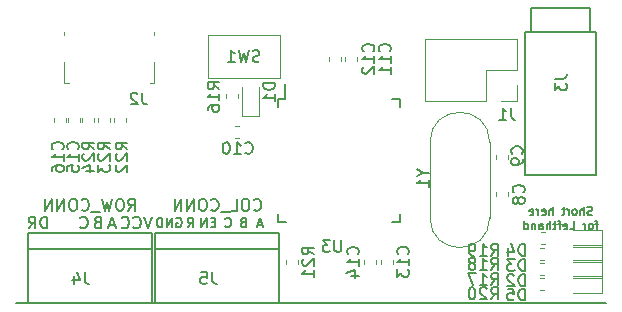
<source format=gbr>
G04 #@! TF.GenerationSoftware,KiCad,Pcbnew,(5.0.2)-1*
G04 #@! TF.CreationDate,2020-06-20T19:19:36+09:00*
G04 #@! TF.ProjectId,controller,636f6e74-726f-46c6-9c65-722e6b696361,rev?*
G04 #@! TF.SameCoordinates,Original*
G04 #@! TF.FileFunction,Legend,Bot*
G04 #@! TF.FilePolarity,Positive*
%FSLAX46Y46*%
G04 Gerber Fmt 4.6, Leading zero omitted, Abs format (unit mm)*
G04 Created by KiCad (PCBNEW (5.0.2)-1) date 2020/06/20 19:19:36*
%MOMM*%
%LPD*%
G01*
G04 APERTURE LIST*
%ADD10C,0.150000*%
%ADD11C,0.200000*%
%ADD12C,0.180000*%
%ADD13C,0.120000*%
G04 APERTURE END LIST*
D10*
X98800000Y-65483333D02*
X98700000Y-65516666D01*
X98533333Y-65516666D01*
X98466666Y-65483333D01*
X98433333Y-65450000D01*
X98400000Y-65383333D01*
X98400000Y-65316666D01*
X98433333Y-65250000D01*
X98466666Y-65216666D01*
X98533333Y-65183333D01*
X98666666Y-65150000D01*
X98733333Y-65116666D01*
X98766666Y-65083333D01*
X98800000Y-65016666D01*
X98800000Y-64950000D01*
X98766666Y-64883333D01*
X98733333Y-64850000D01*
X98666666Y-64816666D01*
X98500000Y-64816666D01*
X98400000Y-64850000D01*
X98100000Y-65516666D02*
X98100000Y-64816666D01*
X97800000Y-65516666D02*
X97800000Y-65150000D01*
X97833333Y-65083333D01*
X97900000Y-65050000D01*
X98000000Y-65050000D01*
X98066666Y-65083333D01*
X98100000Y-65116666D01*
X97366666Y-65516666D02*
X97433333Y-65483333D01*
X97466666Y-65450000D01*
X97500000Y-65383333D01*
X97500000Y-65183333D01*
X97466666Y-65116666D01*
X97433333Y-65083333D01*
X97366666Y-65050000D01*
X97266666Y-65050000D01*
X97200000Y-65083333D01*
X97166666Y-65116666D01*
X97133333Y-65183333D01*
X97133333Y-65383333D01*
X97166666Y-65450000D01*
X97200000Y-65483333D01*
X97266666Y-65516666D01*
X97366666Y-65516666D01*
X96833333Y-65516666D02*
X96833333Y-65050000D01*
X96833333Y-65183333D02*
X96800000Y-65116666D01*
X96766666Y-65083333D01*
X96700000Y-65050000D01*
X96633333Y-65050000D01*
X96500000Y-65050000D02*
X96233333Y-65050000D01*
X96400000Y-64816666D02*
X96400000Y-65416666D01*
X96366666Y-65483333D01*
X96300000Y-65516666D01*
X96233333Y-65516666D01*
X95466666Y-65516666D02*
X95466666Y-64816666D01*
X95166666Y-65516666D02*
X95166666Y-65150000D01*
X95200000Y-65083333D01*
X95266666Y-65050000D01*
X95366666Y-65050000D01*
X95433333Y-65083333D01*
X95466666Y-65116666D01*
X94566666Y-65483333D02*
X94633333Y-65516666D01*
X94766666Y-65516666D01*
X94833333Y-65483333D01*
X94866666Y-65416666D01*
X94866666Y-65150000D01*
X94833333Y-65083333D01*
X94766666Y-65050000D01*
X94633333Y-65050000D01*
X94566666Y-65083333D01*
X94533333Y-65150000D01*
X94533333Y-65216666D01*
X94866666Y-65283333D01*
X94233333Y-65516666D02*
X94233333Y-65050000D01*
X94233333Y-65183333D02*
X94200000Y-65116666D01*
X94166666Y-65083333D01*
X94100000Y-65050000D01*
X94033333Y-65050000D01*
X93533333Y-65483333D02*
X93600000Y-65516666D01*
X93733333Y-65516666D01*
X93800000Y-65483333D01*
X93833333Y-65416666D01*
X93833333Y-65150000D01*
X93800000Y-65083333D01*
X93733333Y-65050000D01*
X93600000Y-65050000D01*
X93533333Y-65083333D01*
X93500000Y-65150000D01*
X93500000Y-65216666D01*
X93833333Y-65283333D01*
X99333333Y-66250000D02*
X99066666Y-66250000D01*
X99233333Y-66716666D02*
X99233333Y-66116666D01*
X99200000Y-66050000D01*
X99133333Y-66016666D01*
X99066666Y-66016666D01*
X98733333Y-66716666D02*
X98800000Y-66683333D01*
X98833333Y-66650000D01*
X98866666Y-66583333D01*
X98866666Y-66383333D01*
X98833333Y-66316666D01*
X98800000Y-66283333D01*
X98733333Y-66250000D01*
X98633333Y-66250000D01*
X98566666Y-66283333D01*
X98533333Y-66316666D01*
X98500000Y-66383333D01*
X98500000Y-66583333D01*
X98533333Y-66650000D01*
X98566666Y-66683333D01*
X98633333Y-66716666D01*
X98733333Y-66716666D01*
X98200000Y-66716666D02*
X98200000Y-66250000D01*
X98200000Y-66383333D02*
X98166666Y-66316666D01*
X98133333Y-66283333D01*
X98066666Y-66250000D01*
X98000000Y-66250000D01*
X96900000Y-66716666D02*
X97233333Y-66716666D01*
X97233333Y-66016666D01*
X96400000Y-66683333D02*
X96466666Y-66716666D01*
X96600000Y-66716666D01*
X96666666Y-66683333D01*
X96700000Y-66616666D01*
X96700000Y-66350000D01*
X96666666Y-66283333D01*
X96600000Y-66250000D01*
X96466666Y-66250000D01*
X96400000Y-66283333D01*
X96366666Y-66350000D01*
X96366666Y-66416666D01*
X96700000Y-66483333D01*
X96166666Y-66250000D02*
X95900000Y-66250000D01*
X96066666Y-66716666D02*
X96066666Y-66116666D01*
X96033333Y-66050000D01*
X95966666Y-66016666D01*
X95900000Y-66016666D01*
X95766666Y-66250000D02*
X95500000Y-66250000D01*
X95666666Y-66016666D02*
X95666666Y-66616666D01*
X95633333Y-66683333D01*
X95566666Y-66716666D01*
X95500000Y-66716666D01*
X95266666Y-66716666D02*
X95266666Y-66016666D01*
X94966666Y-66716666D02*
X94966666Y-66350000D01*
X95000000Y-66283333D01*
X95066666Y-66250000D01*
X95166666Y-66250000D01*
X95233333Y-66283333D01*
X95266666Y-66316666D01*
X94333333Y-66716666D02*
X94333333Y-66350000D01*
X94366666Y-66283333D01*
X94433333Y-66250000D01*
X94566666Y-66250000D01*
X94633333Y-66283333D01*
X94333333Y-66683333D02*
X94400000Y-66716666D01*
X94566666Y-66716666D01*
X94633333Y-66683333D01*
X94666666Y-66616666D01*
X94666666Y-66550000D01*
X94633333Y-66483333D01*
X94566666Y-66450000D01*
X94400000Y-66450000D01*
X94333333Y-66416666D01*
X94000000Y-66250000D02*
X94000000Y-66716666D01*
X94000000Y-66316666D02*
X93966666Y-66283333D01*
X93900000Y-66250000D01*
X93800000Y-66250000D01*
X93733333Y-66283333D01*
X93700000Y-66350000D01*
X93700000Y-66716666D01*
X93066666Y-66716666D02*
X93066666Y-66016666D01*
X93066666Y-66683333D02*
X93133333Y-66716666D01*
X93266666Y-66716666D01*
X93333333Y-66683333D01*
X93366666Y-66650000D01*
X93400000Y-66583333D01*
X93400000Y-66383333D01*
X93366666Y-66316666D01*
X93333333Y-66283333D01*
X93266666Y-66250000D01*
X93133333Y-66250000D01*
X93066666Y-66283333D01*
X50000000Y-73000000D02*
X100000000Y-73000000D01*
D11*
X59538095Y-65152380D02*
X59871428Y-64676190D01*
X60109523Y-65152380D02*
X60109523Y-64152380D01*
X59728571Y-64152380D01*
X59633333Y-64200000D01*
X59585714Y-64247619D01*
X59538095Y-64342857D01*
X59538095Y-64485714D01*
X59585714Y-64580952D01*
X59633333Y-64628571D01*
X59728571Y-64676190D01*
X60109523Y-64676190D01*
X58919047Y-64152380D02*
X58728571Y-64152380D01*
X58633333Y-64200000D01*
X58538095Y-64295238D01*
X58490476Y-64485714D01*
X58490476Y-64819047D01*
X58538095Y-65009523D01*
X58633333Y-65104761D01*
X58728571Y-65152380D01*
X58919047Y-65152380D01*
X59014285Y-65104761D01*
X59109523Y-65009523D01*
X59157142Y-64819047D01*
X59157142Y-64485714D01*
X59109523Y-64295238D01*
X59014285Y-64200000D01*
X58919047Y-64152380D01*
X58157142Y-64152380D02*
X57919047Y-65152380D01*
X57728571Y-64438095D01*
X57538095Y-65152380D01*
X57300000Y-64152380D01*
X57157142Y-65247619D02*
X56395238Y-65247619D01*
X55585714Y-65057142D02*
X55633333Y-65104761D01*
X55776190Y-65152380D01*
X55871428Y-65152380D01*
X56014285Y-65104761D01*
X56109523Y-65009523D01*
X56157142Y-64914285D01*
X56204761Y-64723809D01*
X56204761Y-64580952D01*
X56157142Y-64390476D01*
X56109523Y-64295238D01*
X56014285Y-64200000D01*
X55871428Y-64152380D01*
X55776190Y-64152380D01*
X55633333Y-64200000D01*
X55585714Y-64247619D01*
X54966666Y-64152380D02*
X54776190Y-64152380D01*
X54680952Y-64200000D01*
X54585714Y-64295238D01*
X54538095Y-64485714D01*
X54538095Y-64819047D01*
X54585714Y-65009523D01*
X54680952Y-65104761D01*
X54776190Y-65152380D01*
X54966666Y-65152380D01*
X55061904Y-65104761D01*
X55157142Y-65009523D01*
X55204761Y-64819047D01*
X55204761Y-64485714D01*
X55157142Y-64295238D01*
X55061904Y-64200000D01*
X54966666Y-64152380D01*
X54109523Y-65152380D02*
X54109523Y-64152380D01*
X53538095Y-65152380D01*
X53538095Y-64152380D01*
X53061904Y-65152380D02*
X53061904Y-64152380D01*
X52490476Y-65152380D01*
X52490476Y-64152380D01*
D12*
X70890476Y-66333333D02*
X70509523Y-66333333D01*
X70966666Y-66561904D02*
X70700000Y-65761904D01*
X70433333Y-66561904D01*
X69242857Y-66142857D02*
X69128571Y-66180952D01*
X69090476Y-66219047D01*
X69052380Y-66295238D01*
X69052380Y-66409523D01*
X69090476Y-66485714D01*
X69128571Y-66523809D01*
X69204761Y-66561904D01*
X69509523Y-66561904D01*
X69509523Y-65761904D01*
X69242857Y-65761904D01*
X69166666Y-65800000D01*
X69128571Y-65838095D01*
X69090476Y-65914285D01*
X69090476Y-65990476D01*
X69128571Y-66066666D01*
X69166666Y-66104761D01*
X69242857Y-66142857D01*
X69509523Y-66142857D01*
X67752380Y-66485714D02*
X67790476Y-66523809D01*
X67904761Y-66561904D01*
X67980952Y-66561904D01*
X68095238Y-66523809D01*
X68171428Y-66447619D01*
X68209523Y-66371428D01*
X68247619Y-66219047D01*
X68247619Y-66104761D01*
X68209523Y-65952380D01*
X68171428Y-65876190D01*
X68095238Y-65800000D01*
X67980952Y-65761904D01*
X67904761Y-65761904D01*
X67790476Y-65800000D01*
X67752380Y-65838095D01*
X66890476Y-66142857D02*
X66623809Y-66142857D01*
X66509523Y-66561904D02*
X66890476Y-66561904D01*
X66890476Y-65761904D01*
X66509523Y-65761904D01*
X66166666Y-66561904D02*
X66166666Y-65761904D01*
X65709523Y-66561904D01*
X65709523Y-65761904D01*
D11*
X70171428Y-65057142D02*
X70219047Y-65104761D01*
X70361904Y-65152380D01*
X70457142Y-65152380D01*
X70600000Y-65104761D01*
X70695238Y-65009523D01*
X70742857Y-64914285D01*
X70790476Y-64723809D01*
X70790476Y-64580952D01*
X70742857Y-64390476D01*
X70695238Y-64295238D01*
X70600000Y-64200000D01*
X70457142Y-64152380D01*
X70361904Y-64152380D01*
X70219047Y-64200000D01*
X70171428Y-64247619D01*
X69552380Y-64152380D02*
X69361904Y-64152380D01*
X69266666Y-64200000D01*
X69171428Y-64295238D01*
X69123809Y-64485714D01*
X69123809Y-64819047D01*
X69171428Y-65009523D01*
X69266666Y-65104761D01*
X69361904Y-65152380D01*
X69552380Y-65152380D01*
X69647619Y-65104761D01*
X69742857Y-65009523D01*
X69790476Y-64819047D01*
X69790476Y-64485714D01*
X69742857Y-64295238D01*
X69647619Y-64200000D01*
X69552380Y-64152380D01*
X68219047Y-65152380D02*
X68695238Y-65152380D01*
X68695238Y-64152380D01*
X68123809Y-65247619D02*
X67361904Y-65247619D01*
X66552380Y-65057142D02*
X66600000Y-65104761D01*
X66742857Y-65152380D01*
X66838095Y-65152380D01*
X66980952Y-65104761D01*
X67076190Y-65009523D01*
X67123809Y-64914285D01*
X67171428Y-64723809D01*
X67171428Y-64580952D01*
X67123809Y-64390476D01*
X67076190Y-64295238D01*
X66980952Y-64200000D01*
X66838095Y-64152380D01*
X66742857Y-64152380D01*
X66600000Y-64200000D01*
X66552380Y-64247619D01*
X65933333Y-64152380D02*
X65742857Y-64152380D01*
X65647619Y-64200000D01*
X65552380Y-64295238D01*
X65504761Y-64485714D01*
X65504761Y-64819047D01*
X65552380Y-65009523D01*
X65647619Y-65104761D01*
X65742857Y-65152380D01*
X65933333Y-65152380D01*
X66028571Y-65104761D01*
X66123809Y-65009523D01*
X66171428Y-64819047D01*
X66171428Y-64485714D01*
X66123809Y-64295238D01*
X66028571Y-64200000D01*
X65933333Y-64152380D01*
X65076190Y-65152380D02*
X65076190Y-64152380D01*
X64504761Y-65152380D01*
X64504761Y-64152380D01*
X64028571Y-65152380D02*
X64028571Y-64152380D01*
X63457142Y-65152380D01*
X63457142Y-64152380D01*
D12*
X64552380Y-66561904D02*
X64819047Y-66180952D01*
X65009523Y-66561904D02*
X65009523Y-65761904D01*
X64704761Y-65761904D01*
X64628571Y-65800000D01*
X64590476Y-65838095D01*
X64552380Y-65914285D01*
X64552380Y-66028571D01*
X64590476Y-66104761D01*
X64628571Y-66142857D01*
X64704761Y-66180952D01*
X65009523Y-66180952D01*
X63609523Y-65800000D02*
X63685714Y-65761904D01*
X63800000Y-65761904D01*
X63914285Y-65800000D01*
X63990476Y-65876190D01*
X64028571Y-65952380D01*
X64066666Y-66104761D01*
X64066666Y-66219047D01*
X64028571Y-66371428D01*
X63990476Y-66447619D01*
X63914285Y-66523809D01*
X63800000Y-66561904D01*
X63723809Y-66561904D01*
X63609523Y-66523809D01*
X63571428Y-66485714D01*
X63571428Y-66219047D01*
X63723809Y-66219047D01*
X63228571Y-66561904D02*
X63228571Y-65761904D01*
X62771428Y-66561904D01*
X62771428Y-65761904D01*
X62390476Y-66561904D02*
X62390476Y-65761904D01*
X62200000Y-65761904D01*
X62085714Y-65800000D01*
X62009523Y-65876190D01*
X61971428Y-65952380D01*
X61933333Y-66104761D01*
X61933333Y-66219047D01*
X61971428Y-66371428D01*
X62009523Y-66447619D01*
X62085714Y-66523809D01*
X62200000Y-66561904D01*
X62390476Y-66561904D01*
X61533333Y-65652380D02*
X61200000Y-66652380D01*
X60866666Y-65652380D01*
X59961904Y-66557142D02*
X60009523Y-66604761D01*
X60152380Y-66652380D01*
X60247619Y-66652380D01*
X60390476Y-66604761D01*
X60485714Y-66509523D01*
X60533333Y-66414285D01*
X60580952Y-66223809D01*
X60580952Y-66080952D01*
X60533333Y-65890476D01*
X60485714Y-65795238D01*
X60390476Y-65700000D01*
X60247619Y-65652380D01*
X60152380Y-65652380D01*
X60009523Y-65700000D01*
X59961904Y-65747619D01*
X58961904Y-66557142D02*
X59009523Y-66604761D01*
X59152380Y-66652380D01*
X59247619Y-66652380D01*
X59390476Y-66604761D01*
X59485714Y-66509523D01*
X59533333Y-66414285D01*
X59580952Y-66223809D01*
X59580952Y-66080952D01*
X59533333Y-65890476D01*
X59485714Y-65795238D01*
X59390476Y-65700000D01*
X59247619Y-65652380D01*
X59152380Y-65652380D01*
X59009523Y-65700000D01*
X58961904Y-65747619D01*
X52661904Y-66652380D02*
X52661904Y-65652380D01*
X52423809Y-65652380D01*
X52280952Y-65700000D01*
X52185714Y-65795238D01*
X52138095Y-65890476D01*
X52090476Y-66080952D01*
X52090476Y-66223809D01*
X52138095Y-66414285D01*
X52185714Y-66509523D01*
X52280952Y-66604761D01*
X52423809Y-66652380D01*
X52661904Y-66652380D01*
X51090476Y-66652380D02*
X51423809Y-66176190D01*
X51661904Y-66652380D02*
X51661904Y-65652380D01*
X51280952Y-65652380D01*
X51185714Y-65700000D01*
X51138095Y-65747619D01*
X51090476Y-65842857D01*
X51090476Y-65985714D01*
X51138095Y-66080952D01*
X51185714Y-66128571D01*
X51280952Y-66176190D01*
X51661904Y-66176190D01*
X55467619Y-66557142D02*
X55515238Y-66604761D01*
X55658095Y-66652380D01*
X55753333Y-66652380D01*
X55896190Y-66604761D01*
X55991428Y-66509523D01*
X56039047Y-66414285D01*
X56086666Y-66223809D01*
X56086666Y-66080952D01*
X56039047Y-65890476D01*
X55991428Y-65795238D01*
X55896190Y-65700000D01*
X55753333Y-65652380D01*
X55658095Y-65652380D01*
X55515238Y-65700000D01*
X55467619Y-65747619D01*
X56918095Y-66128571D02*
X56775238Y-66176190D01*
X56727619Y-66223809D01*
X56680000Y-66319047D01*
X56680000Y-66461904D01*
X56727619Y-66557142D01*
X56775238Y-66604761D01*
X56870476Y-66652380D01*
X57251428Y-66652380D01*
X57251428Y-65652380D01*
X56918095Y-65652380D01*
X56822857Y-65700000D01*
X56775238Y-65747619D01*
X56727619Y-65842857D01*
X56727619Y-65938095D01*
X56775238Y-66033333D01*
X56822857Y-66080952D01*
X56918095Y-66128571D01*
X57251428Y-66128571D01*
X58368571Y-66366666D02*
X57892380Y-66366666D01*
X58463809Y-66652380D02*
X58130476Y-65652380D01*
X57797142Y-66652380D01*
D13*
G04 #@! TO.C,J2*
X54127500Y-50000000D02*
X54127500Y-50260000D01*
X54127500Y-52540000D02*
X54127500Y-54310000D01*
X54127500Y-54310000D02*
X54507500Y-54310000D01*
X61747500Y-54310000D02*
X61747500Y-52540000D01*
X61747500Y-50260000D02*
X61747500Y-50000000D01*
X61747500Y-54310000D02*
X61367500Y-54310000D01*
G04 #@! TO.C,J1*
X84690000Y-55830000D02*
X84690000Y-50630000D01*
X89830000Y-55830000D02*
X84690000Y-55830000D01*
X92430000Y-50630000D02*
X84690000Y-50630000D01*
X89830000Y-55830000D02*
X89830000Y-53230000D01*
X89830000Y-53230000D02*
X92430000Y-53230000D01*
X92430000Y-53230000D02*
X92430000Y-50630000D01*
X91100000Y-55830000D02*
X92430000Y-55830000D01*
X92430000Y-55830000D02*
X92430000Y-54500000D01*
D10*
G04 #@! TO.C,U3*
X72225000Y-55725000D02*
X72800000Y-55725000D01*
X72225000Y-66075000D02*
X72900000Y-66075000D01*
X82575000Y-66075000D02*
X81900000Y-66075000D01*
X82575000Y-55725000D02*
X81900000Y-55725000D01*
X72225000Y-55725000D02*
X72225000Y-56400000D01*
X82575000Y-55725000D02*
X82575000Y-56400000D01*
X82575000Y-66075000D02*
X82575000Y-65400000D01*
X72225000Y-66075000D02*
X72225000Y-65400000D01*
X72800000Y-55725000D02*
X72800000Y-54450000D01*
D13*
G04 #@! TO.C,Y1*
X90125000Y-65750000D02*
X90125000Y-59350000D01*
X85075000Y-65750000D02*
X85075000Y-59350000D01*
X85075000Y-65750000D02*
G75*
G03X90125000Y-65750000I2525000J0D01*
G01*
X85075000Y-59350000D02*
G75*
G02X90125000Y-59350000I2525000J0D01*
G01*
D10*
G04 #@! TO.C,J3*
X98600000Y-50000000D02*
X98600000Y-48000000D01*
X98600000Y-48000000D02*
X93600000Y-48000000D01*
X93600000Y-48000000D02*
X93600000Y-50000000D01*
X99100000Y-62100000D02*
X99100000Y-50000000D01*
X99100000Y-50000000D02*
X93100000Y-50000000D01*
X93100000Y-50000000D02*
X93100000Y-62100000D01*
X93100000Y-62100000D02*
X99100000Y-62100000D01*
D13*
G04 #@! TO.C,C8*
X90690000Y-63946267D02*
X90690000Y-63603733D01*
X91710000Y-63946267D02*
X91710000Y-63603733D01*
G04 #@! TO.C,C9*
X90690000Y-60428733D02*
X90690000Y-60771267D01*
X91710000Y-60428733D02*
X91710000Y-60771267D01*
G04 #@! TO.C,C10*
X68946267Y-57990000D02*
X68603733Y-57990000D01*
X68946267Y-59010000D02*
X68603733Y-59010000D01*
G04 #@! TO.C,C11*
X77890000Y-52471267D02*
X77890000Y-52128733D01*
X78910000Y-52471267D02*
X78910000Y-52128733D01*
G04 #@! TO.C,C12*
X76490000Y-52471267D02*
X76490000Y-52128733D01*
X77510000Y-52471267D02*
X77510000Y-52128733D01*
G04 #@! TO.C,C13*
X80890000Y-69646267D02*
X80890000Y-69303733D01*
X81910000Y-69646267D02*
X81910000Y-69303733D01*
G04 #@! TO.C,C14*
X80510000Y-69646267D02*
X80510000Y-69303733D01*
X79490000Y-69646267D02*
X79490000Y-69303733D01*
G04 #@! TO.C,C15*
X55460000Y-57328733D02*
X55460000Y-57671267D01*
X54440000Y-57328733D02*
X54440000Y-57671267D01*
G04 #@! TO.C,C16*
X53240000Y-57328733D02*
X53240000Y-57671267D01*
X54260000Y-57328733D02*
X54260000Y-57671267D01*
G04 #@! TO.C,D1*
X70635000Y-54700000D02*
X70635000Y-57160000D01*
X70635000Y-57160000D02*
X69165000Y-57160000D01*
X69165000Y-57160000D02*
X69165000Y-54700000D01*
G04 #@! TO.C,D2*
X97180986Y-69360764D02*
X99640986Y-69360764D01*
X99640986Y-69360764D02*
X99640986Y-70830764D01*
X99640986Y-70830764D02*
X97180986Y-70830764D01*
G04 #@! TO.C,D3*
X99640986Y-69530764D02*
X97180986Y-69530764D01*
X99640986Y-68060764D02*
X99640986Y-69530764D01*
X97180986Y-68060764D02*
X99640986Y-68060764D01*
G04 #@! TO.C,D4*
X97180986Y-66760764D02*
X99640986Y-66760764D01*
X99640986Y-66760764D02*
X99640986Y-68230764D01*
X99640986Y-68230764D02*
X97180986Y-68230764D01*
G04 #@! TO.C,D5*
X99640986Y-72130764D02*
X97180986Y-72130764D01*
X99640986Y-70660764D02*
X99640986Y-72130764D01*
X97180986Y-70660764D02*
X99640986Y-70660764D01*
G04 #@! TO.C,R16*
X68810000Y-55646267D02*
X68810000Y-55303733D01*
X67790000Y-55646267D02*
X67790000Y-55303733D01*
G04 #@! TO.C,R17*
X94409719Y-69585764D02*
X94752253Y-69585764D01*
X94409719Y-70605764D02*
X94752253Y-70605764D01*
G04 #@! TO.C,R18*
X94409719Y-68285764D02*
X94752253Y-68285764D01*
X94409719Y-69305764D02*
X94752253Y-69305764D01*
G04 #@! TO.C,R19*
X94434719Y-68005764D02*
X94777253Y-68005764D01*
X94434719Y-66985764D02*
X94777253Y-66985764D01*
G04 #@! TO.C,R20*
X94409719Y-70885764D02*
X94752253Y-70885764D01*
X94409719Y-71905764D02*
X94752253Y-71905764D01*
G04 #@! TO.C,R21*
X72890000Y-69328733D02*
X72890000Y-69671267D01*
X73910000Y-69328733D02*
X73910000Y-69671267D01*
G04 #@! TO.C,R22*
X58290000Y-57328733D02*
X58290000Y-57671267D01*
X59310000Y-57328733D02*
X59310000Y-57671267D01*
G04 #@! TO.C,R23*
X58010000Y-57328733D02*
X58010000Y-57671267D01*
X56990000Y-57328733D02*
X56990000Y-57671267D01*
G04 #@! TO.C,R24*
X56660000Y-57328733D02*
X56660000Y-57671267D01*
X55640000Y-57328733D02*
X55640000Y-57671267D01*
G04 #@! TO.C,SW1*
X66240000Y-53910000D02*
X72360000Y-53910000D01*
X72360000Y-53910000D02*
X72360000Y-50290000D01*
X72360000Y-50290000D02*
X66240000Y-50290000D01*
X66240000Y-50290000D02*
X66240000Y-53910000D01*
D11*
G04 #@! TO.C,J4*
X51000000Y-67000000D02*
X51000000Y-68400000D01*
X61500000Y-67000000D02*
X51000000Y-67000000D01*
X61500000Y-68400000D02*
X61500000Y-67000000D01*
X51000000Y-73000000D02*
X51000000Y-68400000D01*
X61500000Y-73000000D02*
X51000000Y-73000000D01*
X61500000Y-68400000D02*
X61500000Y-73000000D01*
X51000000Y-68400000D02*
X61500000Y-68400000D01*
G04 #@! TO.C,J5*
X61800000Y-68400000D02*
X72300000Y-68400000D01*
X72300000Y-68400000D02*
X72300000Y-73000000D01*
X72300000Y-73000000D02*
X61800000Y-73000000D01*
X61800000Y-73000000D02*
X61800000Y-68400000D01*
X72300000Y-68400000D02*
X72300000Y-67000000D01*
X72300000Y-67000000D02*
X61800000Y-67000000D01*
X61800000Y-67000000D02*
X61800000Y-68400000D01*
G04 #@! TO.C,J2*
D10*
X60733333Y-55152380D02*
X60733333Y-55866666D01*
X60780952Y-56009523D01*
X60876190Y-56104761D01*
X61019047Y-56152380D01*
X61114285Y-56152380D01*
X60304761Y-55247619D02*
X60257142Y-55200000D01*
X60161904Y-55152380D01*
X59923809Y-55152380D01*
X59828571Y-55200000D01*
X59780952Y-55247619D01*
X59733333Y-55342857D01*
X59733333Y-55438095D01*
X59780952Y-55580952D01*
X60352380Y-56152380D01*
X59733333Y-56152380D01*
G04 #@! TO.C,J1*
X91933333Y-56452380D02*
X91933333Y-57166666D01*
X91980952Y-57309523D01*
X92076190Y-57404761D01*
X92219047Y-57452380D01*
X92314285Y-57452380D01*
X90933333Y-57452380D02*
X91504761Y-57452380D01*
X91219047Y-57452380D02*
X91219047Y-56452380D01*
X91314285Y-56595238D01*
X91409523Y-56690476D01*
X91504761Y-56738095D01*
G04 #@! TO.C,U3*
X77561904Y-67652380D02*
X77561904Y-68461904D01*
X77514285Y-68557142D01*
X77466666Y-68604761D01*
X77371428Y-68652380D01*
X77180952Y-68652380D01*
X77085714Y-68604761D01*
X77038095Y-68557142D01*
X76990476Y-68461904D01*
X76990476Y-67652380D01*
X76609523Y-67652380D02*
X75990476Y-67652380D01*
X76323809Y-68033333D01*
X76180952Y-68033333D01*
X76085714Y-68080952D01*
X76038095Y-68128571D01*
X75990476Y-68223809D01*
X75990476Y-68461904D01*
X76038095Y-68557142D01*
X76085714Y-68604761D01*
X76180952Y-68652380D01*
X76466666Y-68652380D01*
X76561904Y-68604761D01*
X76609523Y-68557142D01*
G04 #@! TO.C,Y1*
X84476190Y-61923809D02*
X84952380Y-61923809D01*
X83952380Y-61590476D02*
X84476190Y-61923809D01*
X83952380Y-62257142D01*
X84952380Y-63114285D02*
X84952380Y-62542857D01*
X84952380Y-62828571D02*
X83952380Y-62828571D01*
X84095238Y-62733333D01*
X84190476Y-62638095D01*
X84238095Y-62542857D01*
G04 #@! TO.C,J3*
X95652380Y-53966666D02*
X96366666Y-53966666D01*
X96509523Y-53919047D01*
X96604761Y-53823809D01*
X96652380Y-53680952D01*
X96652380Y-53585714D01*
X95652380Y-54347619D02*
X95652380Y-54966666D01*
X96033333Y-54633333D01*
X96033333Y-54776190D01*
X96080952Y-54871428D01*
X96128571Y-54919047D01*
X96223809Y-54966666D01*
X96461904Y-54966666D01*
X96557142Y-54919047D01*
X96604761Y-54871428D01*
X96652380Y-54776190D01*
X96652380Y-54490476D01*
X96604761Y-54395238D01*
X96557142Y-54347619D01*
G04 #@! TO.C,C8*
X92987142Y-63608333D02*
X93034761Y-63560714D01*
X93082380Y-63417857D01*
X93082380Y-63322619D01*
X93034761Y-63179761D01*
X92939523Y-63084523D01*
X92844285Y-63036904D01*
X92653809Y-62989285D01*
X92510952Y-62989285D01*
X92320476Y-63036904D01*
X92225238Y-63084523D01*
X92130000Y-63179761D01*
X92082380Y-63322619D01*
X92082380Y-63417857D01*
X92130000Y-63560714D01*
X92177619Y-63608333D01*
X92510952Y-64179761D02*
X92463333Y-64084523D01*
X92415714Y-64036904D01*
X92320476Y-63989285D01*
X92272857Y-63989285D01*
X92177619Y-64036904D01*
X92130000Y-64084523D01*
X92082380Y-64179761D01*
X92082380Y-64370238D01*
X92130000Y-64465476D01*
X92177619Y-64513095D01*
X92272857Y-64560714D01*
X92320476Y-64560714D01*
X92415714Y-64513095D01*
X92463333Y-64465476D01*
X92510952Y-64370238D01*
X92510952Y-64179761D01*
X92558571Y-64084523D01*
X92606190Y-64036904D01*
X92701428Y-63989285D01*
X92891904Y-63989285D01*
X92987142Y-64036904D01*
X93034761Y-64084523D01*
X93082380Y-64179761D01*
X93082380Y-64370238D01*
X93034761Y-64465476D01*
X92987142Y-64513095D01*
X92891904Y-64560714D01*
X92701428Y-64560714D01*
X92606190Y-64513095D01*
X92558571Y-64465476D01*
X92510952Y-64370238D01*
G04 #@! TO.C,C9*
X92857142Y-60333333D02*
X92904761Y-60285714D01*
X92952380Y-60142857D01*
X92952380Y-60047619D01*
X92904761Y-59904761D01*
X92809523Y-59809523D01*
X92714285Y-59761904D01*
X92523809Y-59714285D01*
X92380952Y-59714285D01*
X92190476Y-59761904D01*
X92095238Y-59809523D01*
X92000000Y-59904761D01*
X91952380Y-60047619D01*
X91952380Y-60142857D01*
X92000000Y-60285714D01*
X92047619Y-60333333D01*
X92952380Y-60809523D02*
X92952380Y-61000000D01*
X92904761Y-61095238D01*
X92857142Y-61142857D01*
X92714285Y-61238095D01*
X92523809Y-61285714D01*
X92142857Y-61285714D01*
X92047619Y-61238095D01*
X92000000Y-61190476D01*
X91952380Y-61095238D01*
X91952380Y-60904761D01*
X92000000Y-60809523D01*
X92047619Y-60761904D01*
X92142857Y-60714285D01*
X92380952Y-60714285D01*
X92476190Y-60761904D01*
X92523809Y-60809523D01*
X92571428Y-60904761D01*
X92571428Y-61095238D01*
X92523809Y-61190476D01*
X92476190Y-61238095D01*
X92380952Y-61285714D01*
G04 #@! TO.C,C10*
X69442857Y-60257142D02*
X69490476Y-60304761D01*
X69633333Y-60352380D01*
X69728571Y-60352380D01*
X69871428Y-60304761D01*
X69966666Y-60209523D01*
X70014285Y-60114285D01*
X70061904Y-59923809D01*
X70061904Y-59780952D01*
X70014285Y-59590476D01*
X69966666Y-59495238D01*
X69871428Y-59400000D01*
X69728571Y-59352380D01*
X69633333Y-59352380D01*
X69490476Y-59400000D01*
X69442857Y-59447619D01*
X68490476Y-60352380D02*
X69061904Y-60352380D01*
X68776190Y-60352380D02*
X68776190Y-59352380D01*
X68871428Y-59495238D01*
X68966666Y-59590476D01*
X69061904Y-59638095D01*
X67871428Y-59352380D02*
X67776190Y-59352380D01*
X67680952Y-59400000D01*
X67633333Y-59447619D01*
X67585714Y-59542857D01*
X67538095Y-59733333D01*
X67538095Y-59971428D01*
X67585714Y-60161904D01*
X67633333Y-60257142D01*
X67680952Y-60304761D01*
X67776190Y-60352380D01*
X67871428Y-60352380D01*
X67966666Y-60304761D01*
X68014285Y-60257142D01*
X68061904Y-60161904D01*
X68109523Y-59971428D01*
X68109523Y-59733333D01*
X68061904Y-59542857D01*
X68014285Y-59447619D01*
X67966666Y-59400000D01*
X67871428Y-59352380D01*
G04 #@! TO.C,C11*
X81657142Y-51657142D02*
X81704761Y-51609523D01*
X81752380Y-51466666D01*
X81752380Y-51371428D01*
X81704761Y-51228571D01*
X81609523Y-51133333D01*
X81514285Y-51085714D01*
X81323809Y-51038095D01*
X81180952Y-51038095D01*
X80990476Y-51085714D01*
X80895238Y-51133333D01*
X80800000Y-51228571D01*
X80752380Y-51371428D01*
X80752380Y-51466666D01*
X80800000Y-51609523D01*
X80847619Y-51657142D01*
X81752380Y-52609523D02*
X81752380Y-52038095D01*
X81752380Y-52323809D02*
X80752380Y-52323809D01*
X80895238Y-52228571D01*
X80990476Y-52133333D01*
X81038095Y-52038095D01*
X81752380Y-53561904D02*
X81752380Y-52990476D01*
X81752380Y-53276190D02*
X80752380Y-53276190D01*
X80895238Y-53180952D01*
X80990476Y-53085714D01*
X81038095Y-52990476D01*
G04 #@! TO.C,C12*
X80257142Y-51657142D02*
X80304761Y-51609523D01*
X80352380Y-51466666D01*
X80352380Y-51371428D01*
X80304761Y-51228571D01*
X80209523Y-51133333D01*
X80114285Y-51085714D01*
X79923809Y-51038095D01*
X79780952Y-51038095D01*
X79590476Y-51085714D01*
X79495238Y-51133333D01*
X79400000Y-51228571D01*
X79352380Y-51371428D01*
X79352380Y-51466666D01*
X79400000Y-51609523D01*
X79447619Y-51657142D01*
X80352380Y-52609523D02*
X80352380Y-52038095D01*
X80352380Y-52323809D02*
X79352380Y-52323809D01*
X79495238Y-52228571D01*
X79590476Y-52133333D01*
X79638095Y-52038095D01*
X79447619Y-52990476D02*
X79400000Y-53038095D01*
X79352380Y-53133333D01*
X79352380Y-53371428D01*
X79400000Y-53466666D01*
X79447619Y-53514285D01*
X79542857Y-53561904D01*
X79638095Y-53561904D01*
X79780952Y-53514285D01*
X80352380Y-52942857D01*
X80352380Y-53561904D01*
G04 #@! TO.C,C13*
X83187142Y-68832142D02*
X83234761Y-68784523D01*
X83282380Y-68641666D01*
X83282380Y-68546428D01*
X83234761Y-68403571D01*
X83139523Y-68308333D01*
X83044285Y-68260714D01*
X82853809Y-68213095D01*
X82710952Y-68213095D01*
X82520476Y-68260714D01*
X82425238Y-68308333D01*
X82330000Y-68403571D01*
X82282380Y-68546428D01*
X82282380Y-68641666D01*
X82330000Y-68784523D01*
X82377619Y-68832142D01*
X83282380Y-69784523D02*
X83282380Y-69213095D01*
X83282380Y-69498809D02*
X82282380Y-69498809D01*
X82425238Y-69403571D01*
X82520476Y-69308333D01*
X82568095Y-69213095D01*
X82282380Y-70117857D02*
X82282380Y-70736904D01*
X82663333Y-70403571D01*
X82663333Y-70546428D01*
X82710952Y-70641666D01*
X82758571Y-70689285D01*
X82853809Y-70736904D01*
X83091904Y-70736904D01*
X83187142Y-70689285D01*
X83234761Y-70641666D01*
X83282380Y-70546428D01*
X83282380Y-70260714D01*
X83234761Y-70165476D01*
X83187142Y-70117857D01*
G04 #@! TO.C,C14*
X78957142Y-68857142D02*
X79004761Y-68809523D01*
X79052380Y-68666666D01*
X79052380Y-68571428D01*
X79004761Y-68428571D01*
X78909523Y-68333333D01*
X78814285Y-68285714D01*
X78623809Y-68238095D01*
X78480952Y-68238095D01*
X78290476Y-68285714D01*
X78195238Y-68333333D01*
X78100000Y-68428571D01*
X78052380Y-68571428D01*
X78052380Y-68666666D01*
X78100000Y-68809523D01*
X78147619Y-68857142D01*
X79052380Y-69809523D02*
X79052380Y-69238095D01*
X79052380Y-69523809D02*
X78052380Y-69523809D01*
X78195238Y-69428571D01*
X78290476Y-69333333D01*
X78338095Y-69238095D01*
X78385714Y-70666666D02*
X79052380Y-70666666D01*
X78004761Y-70428571D02*
X78719047Y-70190476D01*
X78719047Y-70809523D01*
G04 #@! TO.C,C15*
X55257142Y-59957142D02*
X55304761Y-59909523D01*
X55352380Y-59766666D01*
X55352380Y-59671428D01*
X55304761Y-59528571D01*
X55209523Y-59433333D01*
X55114285Y-59385714D01*
X54923809Y-59338095D01*
X54780952Y-59338095D01*
X54590476Y-59385714D01*
X54495238Y-59433333D01*
X54400000Y-59528571D01*
X54352380Y-59671428D01*
X54352380Y-59766666D01*
X54400000Y-59909523D01*
X54447619Y-59957142D01*
X55352380Y-60909523D02*
X55352380Y-60338095D01*
X55352380Y-60623809D02*
X54352380Y-60623809D01*
X54495238Y-60528571D01*
X54590476Y-60433333D01*
X54638095Y-60338095D01*
X54352380Y-61814285D02*
X54352380Y-61338095D01*
X54828571Y-61290476D01*
X54780952Y-61338095D01*
X54733333Y-61433333D01*
X54733333Y-61671428D01*
X54780952Y-61766666D01*
X54828571Y-61814285D01*
X54923809Y-61861904D01*
X55161904Y-61861904D01*
X55257142Y-61814285D01*
X55304761Y-61766666D01*
X55352380Y-61671428D01*
X55352380Y-61433333D01*
X55304761Y-61338095D01*
X55257142Y-61290476D01*
G04 #@! TO.C,C16*
X53957142Y-59957142D02*
X54004761Y-59909523D01*
X54052380Y-59766666D01*
X54052380Y-59671428D01*
X54004761Y-59528571D01*
X53909523Y-59433333D01*
X53814285Y-59385714D01*
X53623809Y-59338095D01*
X53480952Y-59338095D01*
X53290476Y-59385714D01*
X53195238Y-59433333D01*
X53100000Y-59528571D01*
X53052380Y-59671428D01*
X53052380Y-59766666D01*
X53100000Y-59909523D01*
X53147619Y-59957142D01*
X54052380Y-60909523D02*
X54052380Y-60338095D01*
X54052380Y-60623809D02*
X53052380Y-60623809D01*
X53195238Y-60528571D01*
X53290476Y-60433333D01*
X53338095Y-60338095D01*
X53052380Y-61766666D02*
X53052380Y-61576190D01*
X53100000Y-61480952D01*
X53147619Y-61433333D01*
X53290476Y-61338095D01*
X53480952Y-61290476D01*
X53861904Y-61290476D01*
X53957142Y-61338095D01*
X54004761Y-61385714D01*
X54052380Y-61480952D01*
X54052380Y-61671428D01*
X54004761Y-61766666D01*
X53957142Y-61814285D01*
X53861904Y-61861904D01*
X53623809Y-61861904D01*
X53528571Y-61814285D01*
X53480952Y-61766666D01*
X53433333Y-61671428D01*
X53433333Y-61480952D01*
X53480952Y-61385714D01*
X53528571Y-61338095D01*
X53623809Y-61290476D01*
G04 #@! TO.C,D1*
X71952380Y-54361904D02*
X70952380Y-54361904D01*
X70952380Y-54600000D01*
X71000000Y-54742857D01*
X71095238Y-54838095D01*
X71190476Y-54885714D01*
X71380952Y-54933333D01*
X71523809Y-54933333D01*
X71714285Y-54885714D01*
X71809523Y-54838095D01*
X71904761Y-54742857D01*
X71952380Y-54600000D01*
X71952380Y-54361904D01*
X71952380Y-55885714D02*
X71952380Y-55314285D01*
X71952380Y-55600000D02*
X70952380Y-55600000D01*
X71095238Y-55504761D01*
X71190476Y-55409523D01*
X71238095Y-55314285D01*
G04 #@! TO.C,D2*
X93138095Y-71552380D02*
X93138095Y-70552380D01*
X92900000Y-70552380D01*
X92757142Y-70600000D01*
X92661904Y-70695238D01*
X92614285Y-70790476D01*
X92566666Y-70980952D01*
X92566666Y-71123809D01*
X92614285Y-71314285D01*
X92661904Y-71409523D01*
X92757142Y-71504761D01*
X92900000Y-71552380D01*
X93138095Y-71552380D01*
X92185714Y-70647619D02*
X92138095Y-70600000D01*
X92042857Y-70552380D01*
X91804761Y-70552380D01*
X91709523Y-70600000D01*
X91661904Y-70647619D01*
X91614285Y-70742857D01*
X91614285Y-70838095D01*
X91661904Y-70980952D01*
X92233333Y-71552380D01*
X91614285Y-71552380D01*
G04 #@! TO.C,D3*
X93138095Y-70252380D02*
X93138095Y-69252380D01*
X92900000Y-69252380D01*
X92757142Y-69300000D01*
X92661904Y-69395238D01*
X92614285Y-69490476D01*
X92566666Y-69680952D01*
X92566666Y-69823809D01*
X92614285Y-70014285D01*
X92661904Y-70109523D01*
X92757142Y-70204761D01*
X92900000Y-70252380D01*
X93138095Y-70252380D01*
X92233333Y-69252380D02*
X91614285Y-69252380D01*
X91947619Y-69633333D01*
X91804761Y-69633333D01*
X91709523Y-69680952D01*
X91661904Y-69728571D01*
X91614285Y-69823809D01*
X91614285Y-70061904D01*
X91661904Y-70157142D01*
X91709523Y-70204761D01*
X91804761Y-70252380D01*
X92090476Y-70252380D01*
X92185714Y-70204761D01*
X92233333Y-70157142D01*
G04 #@! TO.C,D4*
X93138095Y-68952380D02*
X93138095Y-67952380D01*
X92900000Y-67952380D01*
X92757142Y-68000000D01*
X92661904Y-68095238D01*
X92614285Y-68190476D01*
X92566666Y-68380952D01*
X92566666Y-68523809D01*
X92614285Y-68714285D01*
X92661904Y-68809523D01*
X92757142Y-68904761D01*
X92900000Y-68952380D01*
X93138095Y-68952380D01*
X91709523Y-68285714D02*
X91709523Y-68952380D01*
X91947619Y-67904761D02*
X92185714Y-68619047D01*
X91566666Y-68619047D01*
G04 #@! TO.C,D5*
X93138095Y-72752380D02*
X93138095Y-71752380D01*
X92900000Y-71752380D01*
X92757142Y-71800000D01*
X92661904Y-71895238D01*
X92614285Y-71990476D01*
X92566666Y-72180952D01*
X92566666Y-72323809D01*
X92614285Y-72514285D01*
X92661904Y-72609523D01*
X92757142Y-72704761D01*
X92900000Y-72752380D01*
X93138095Y-72752380D01*
X91661904Y-71752380D02*
X92138095Y-71752380D01*
X92185714Y-72228571D01*
X92138095Y-72180952D01*
X92042857Y-72133333D01*
X91804761Y-72133333D01*
X91709523Y-72180952D01*
X91661904Y-72228571D01*
X91614285Y-72323809D01*
X91614285Y-72561904D01*
X91661904Y-72657142D01*
X91709523Y-72704761D01*
X91804761Y-72752380D01*
X92042857Y-72752380D01*
X92138095Y-72704761D01*
X92185714Y-72657142D01*
G04 #@! TO.C,R16*
X67252380Y-54857142D02*
X66776190Y-54523809D01*
X67252380Y-54285714D02*
X66252380Y-54285714D01*
X66252380Y-54666666D01*
X66300000Y-54761904D01*
X66347619Y-54809523D01*
X66442857Y-54857142D01*
X66585714Y-54857142D01*
X66680952Y-54809523D01*
X66728571Y-54761904D01*
X66776190Y-54666666D01*
X66776190Y-54285714D01*
X67252380Y-55809523D02*
X67252380Y-55238095D01*
X67252380Y-55523809D02*
X66252380Y-55523809D01*
X66395238Y-55428571D01*
X66490476Y-55333333D01*
X66538095Y-55238095D01*
X66252380Y-56666666D02*
X66252380Y-56476190D01*
X66300000Y-56380952D01*
X66347619Y-56333333D01*
X66490476Y-56238095D01*
X66680952Y-56190476D01*
X67061904Y-56190476D01*
X67157142Y-56238095D01*
X67204761Y-56285714D01*
X67252380Y-56380952D01*
X67252380Y-56571428D01*
X67204761Y-56666666D01*
X67157142Y-56714285D01*
X67061904Y-56761904D01*
X66823809Y-56761904D01*
X66728571Y-56714285D01*
X66680952Y-56666666D01*
X66633333Y-56571428D01*
X66633333Y-56380952D01*
X66680952Y-56285714D01*
X66728571Y-56238095D01*
X66823809Y-56190476D01*
G04 #@! TO.C,R17*
X90242857Y-71452380D02*
X90576190Y-70976190D01*
X90814285Y-71452380D02*
X90814285Y-70452380D01*
X90433333Y-70452380D01*
X90338095Y-70500000D01*
X90290476Y-70547619D01*
X90242857Y-70642857D01*
X90242857Y-70785714D01*
X90290476Y-70880952D01*
X90338095Y-70928571D01*
X90433333Y-70976190D01*
X90814285Y-70976190D01*
X89290476Y-71452380D02*
X89861904Y-71452380D01*
X89576190Y-71452380D02*
X89576190Y-70452380D01*
X89671428Y-70595238D01*
X89766666Y-70690476D01*
X89861904Y-70738095D01*
X88957142Y-70452380D02*
X88290476Y-70452380D01*
X88719047Y-71452380D01*
G04 #@! TO.C,R18*
X90242857Y-70152380D02*
X90576190Y-69676190D01*
X90814285Y-70152380D02*
X90814285Y-69152380D01*
X90433333Y-69152380D01*
X90338095Y-69200000D01*
X90290476Y-69247619D01*
X90242857Y-69342857D01*
X90242857Y-69485714D01*
X90290476Y-69580952D01*
X90338095Y-69628571D01*
X90433333Y-69676190D01*
X90814285Y-69676190D01*
X89290476Y-70152380D02*
X89861904Y-70152380D01*
X89576190Y-70152380D02*
X89576190Y-69152380D01*
X89671428Y-69295238D01*
X89766666Y-69390476D01*
X89861904Y-69438095D01*
X88719047Y-69580952D02*
X88814285Y-69533333D01*
X88861904Y-69485714D01*
X88909523Y-69390476D01*
X88909523Y-69342857D01*
X88861904Y-69247619D01*
X88814285Y-69200000D01*
X88719047Y-69152380D01*
X88528571Y-69152380D01*
X88433333Y-69200000D01*
X88385714Y-69247619D01*
X88338095Y-69342857D01*
X88338095Y-69390476D01*
X88385714Y-69485714D01*
X88433333Y-69533333D01*
X88528571Y-69580952D01*
X88719047Y-69580952D01*
X88814285Y-69628571D01*
X88861904Y-69676190D01*
X88909523Y-69771428D01*
X88909523Y-69961904D01*
X88861904Y-70057142D01*
X88814285Y-70104761D01*
X88719047Y-70152380D01*
X88528571Y-70152380D01*
X88433333Y-70104761D01*
X88385714Y-70057142D01*
X88338095Y-69961904D01*
X88338095Y-69771428D01*
X88385714Y-69676190D01*
X88433333Y-69628571D01*
X88528571Y-69580952D01*
G04 #@! TO.C,R19*
X90242857Y-68952380D02*
X90576190Y-68476190D01*
X90814285Y-68952380D02*
X90814285Y-67952380D01*
X90433333Y-67952380D01*
X90338095Y-68000000D01*
X90290476Y-68047619D01*
X90242857Y-68142857D01*
X90242857Y-68285714D01*
X90290476Y-68380952D01*
X90338095Y-68428571D01*
X90433333Y-68476190D01*
X90814285Y-68476190D01*
X89290476Y-68952380D02*
X89861904Y-68952380D01*
X89576190Y-68952380D02*
X89576190Y-67952380D01*
X89671428Y-68095238D01*
X89766666Y-68190476D01*
X89861904Y-68238095D01*
X88814285Y-68952380D02*
X88623809Y-68952380D01*
X88528571Y-68904761D01*
X88480952Y-68857142D01*
X88385714Y-68714285D01*
X88338095Y-68523809D01*
X88338095Y-68142857D01*
X88385714Y-68047619D01*
X88433333Y-68000000D01*
X88528571Y-67952380D01*
X88719047Y-67952380D01*
X88814285Y-68000000D01*
X88861904Y-68047619D01*
X88909523Y-68142857D01*
X88909523Y-68380952D01*
X88861904Y-68476190D01*
X88814285Y-68523809D01*
X88719047Y-68571428D01*
X88528571Y-68571428D01*
X88433333Y-68523809D01*
X88385714Y-68476190D01*
X88338095Y-68380952D01*
G04 #@! TO.C,R20*
X90242857Y-72652380D02*
X90576190Y-72176190D01*
X90814285Y-72652380D02*
X90814285Y-71652380D01*
X90433333Y-71652380D01*
X90338095Y-71700000D01*
X90290476Y-71747619D01*
X90242857Y-71842857D01*
X90242857Y-71985714D01*
X90290476Y-72080952D01*
X90338095Y-72128571D01*
X90433333Y-72176190D01*
X90814285Y-72176190D01*
X89861904Y-71747619D02*
X89814285Y-71700000D01*
X89719047Y-71652380D01*
X89480952Y-71652380D01*
X89385714Y-71700000D01*
X89338095Y-71747619D01*
X89290476Y-71842857D01*
X89290476Y-71938095D01*
X89338095Y-72080952D01*
X89909523Y-72652380D01*
X89290476Y-72652380D01*
X88671428Y-71652380D02*
X88576190Y-71652380D01*
X88480952Y-71700000D01*
X88433333Y-71747619D01*
X88385714Y-71842857D01*
X88338095Y-72033333D01*
X88338095Y-72271428D01*
X88385714Y-72461904D01*
X88433333Y-72557142D01*
X88480952Y-72604761D01*
X88576190Y-72652380D01*
X88671428Y-72652380D01*
X88766666Y-72604761D01*
X88814285Y-72557142D01*
X88861904Y-72461904D01*
X88909523Y-72271428D01*
X88909523Y-72033333D01*
X88861904Y-71842857D01*
X88814285Y-71747619D01*
X88766666Y-71700000D01*
X88671428Y-71652380D01*
G04 #@! TO.C,R21*
X75252380Y-68857142D02*
X74776190Y-68523809D01*
X75252380Y-68285714D02*
X74252380Y-68285714D01*
X74252380Y-68666666D01*
X74300000Y-68761904D01*
X74347619Y-68809523D01*
X74442857Y-68857142D01*
X74585714Y-68857142D01*
X74680952Y-68809523D01*
X74728571Y-68761904D01*
X74776190Y-68666666D01*
X74776190Y-68285714D01*
X74347619Y-69238095D02*
X74300000Y-69285714D01*
X74252380Y-69380952D01*
X74252380Y-69619047D01*
X74300000Y-69714285D01*
X74347619Y-69761904D01*
X74442857Y-69809523D01*
X74538095Y-69809523D01*
X74680952Y-69761904D01*
X75252380Y-69190476D01*
X75252380Y-69809523D01*
X75252380Y-70761904D02*
X75252380Y-70190476D01*
X75252380Y-70476190D02*
X74252380Y-70476190D01*
X74395238Y-70380952D01*
X74490476Y-70285714D01*
X74538095Y-70190476D01*
G04 #@! TO.C,R22*
X59452380Y-59957142D02*
X58976190Y-59623809D01*
X59452380Y-59385714D02*
X58452380Y-59385714D01*
X58452380Y-59766666D01*
X58500000Y-59861904D01*
X58547619Y-59909523D01*
X58642857Y-59957142D01*
X58785714Y-59957142D01*
X58880952Y-59909523D01*
X58928571Y-59861904D01*
X58976190Y-59766666D01*
X58976190Y-59385714D01*
X58547619Y-60338095D02*
X58500000Y-60385714D01*
X58452380Y-60480952D01*
X58452380Y-60719047D01*
X58500000Y-60814285D01*
X58547619Y-60861904D01*
X58642857Y-60909523D01*
X58738095Y-60909523D01*
X58880952Y-60861904D01*
X59452380Y-60290476D01*
X59452380Y-60909523D01*
X58547619Y-61290476D02*
X58500000Y-61338095D01*
X58452380Y-61433333D01*
X58452380Y-61671428D01*
X58500000Y-61766666D01*
X58547619Y-61814285D01*
X58642857Y-61861904D01*
X58738095Y-61861904D01*
X58880952Y-61814285D01*
X59452380Y-61242857D01*
X59452380Y-61861904D01*
G04 #@! TO.C,R23*
X57952380Y-59957142D02*
X57476190Y-59623809D01*
X57952380Y-59385714D02*
X56952380Y-59385714D01*
X56952380Y-59766666D01*
X57000000Y-59861904D01*
X57047619Y-59909523D01*
X57142857Y-59957142D01*
X57285714Y-59957142D01*
X57380952Y-59909523D01*
X57428571Y-59861904D01*
X57476190Y-59766666D01*
X57476190Y-59385714D01*
X57047619Y-60338095D02*
X57000000Y-60385714D01*
X56952380Y-60480952D01*
X56952380Y-60719047D01*
X57000000Y-60814285D01*
X57047619Y-60861904D01*
X57142857Y-60909523D01*
X57238095Y-60909523D01*
X57380952Y-60861904D01*
X57952380Y-60290476D01*
X57952380Y-60909523D01*
X56952380Y-61242857D02*
X56952380Y-61861904D01*
X57333333Y-61528571D01*
X57333333Y-61671428D01*
X57380952Y-61766666D01*
X57428571Y-61814285D01*
X57523809Y-61861904D01*
X57761904Y-61861904D01*
X57857142Y-61814285D01*
X57904761Y-61766666D01*
X57952380Y-61671428D01*
X57952380Y-61385714D01*
X57904761Y-61290476D01*
X57857142Y-61242857D01*
G04 #@! TO.C,R24*
X56652380Y-59957142D02*
X56176190Y-59623809D01*
X56652380Y-59385714D02*
X55652380Y-59385714D01*
X55652380Y-59766666D01*
X55700000Y-59861904D01*
X55747619Y-59909523D01*
X55842857Y-59957142D01*
X55985714Y-59957142D01*
X56080952Y-59909523D01*
X56128571Y-59861904D01*
X56176190Y-59766666D01*
X56176190Y-59385714D01*
X55747619Y-60338095D02*
X55700000Y-60385714D01*
X55652380Y-60480952D01*
X55652380Y-60719047D01*
X55700000Y-60814285D01*
X55747619Y-60861904D01*
X55842857Y-60909523D01*
X55938095Y-60909523D01*
X56080952Y-60861904D01*
X56652380Y-60290476D01*
X56652380Y-60909523D01*
X55985714Y-61766666D02*
X56652380Y-61766666D01*
X55604761Y-61528571D02*
X56319047Y-61290476D01*
X56319047Y-61909523D01*
G04 #@! TO.C,SW1*
X70633333Y-52504761D02*
X70490476Y-52552380D01*
X70252380Y-52552380D01*
X70157142Y-52504761D01*
X70109523Y-52457142D01*
X70061904Y-52361904D01*
X70061904Y-52266666D01*
X70109523Y-52171428D01*
X70157142Y-52123809D01*
X70252380Y-52076190D01*
X70442857Y-52028571D01*
X70538095Y-51980952D01*
X70585714Y-51933333D01*
X70633333Y-51838095D01*
X70633333Y-51742857D01*
X70585714Y-51647619D01*
X70538095Y-51600000D01*
X70442857Y-51552380D01*
X70204761Y-51552380D01*
X70061904Y-51600000D01*
X69728571Y-51552380D02*
X69490476Y-52552380D01*
X69300000Y-51838095D01*
X69109523Y-52552380D01*
X68871428Y-51552380D01*
X67966666Y-52552380D02*
X68538095Y-52552380D01*
X68252380Y-52552380D02*
X68252380Y-51552380D01*
X68347619Y-51695238D01*
X68442857Y-51790476D01*
X68538095Y-51838095D01*
G04 #@! TO.C,J4*
X55833333Y-70352380D02*
X55833333Y-71066666D01*
X55880952Y-71209523D01*
X55976190Y-71304761D01*
X56119047Y-71352380D01*
X56214285Y-71352380D01*
X54928571Y-70685714D02*
X54928571Y-71352380D01*
X55166666Y-70304761D02*
X55404761Y-71019047D01*
X54785714Y-71019047D01*
G04 #@! TO.C,J5*
X66633333Y-70352380D02*
X66633333Y-71066666D01*
X66680952Y-71209523D01*
X66776190Y-71304761D01*
X66919047Y-71352380D01*
X67014285Y-71352380D01*
X65680952Y-70352380D02*
X66157142Y-70352380D01*
X66204761Y-70828571D01*
X66157142Y-70780952D01*
X66061904Y-70733333D01*
X65823809Y-70733333D01*
X65728571Y-70780952D01*
X65680952Y-70828571D01*
X65633333Y-70923809D01*
X65633333Y-71161904D01*
X65680952Y-71257142D01*
X65728571Y-71304761D01*
X65823809Y-71352380D01*
X66061904Y-71352380D01*
X66157142Y-71304761D01*
X66204761Y-71257142D01*
G04 #@! TD*
M02*

</source>
